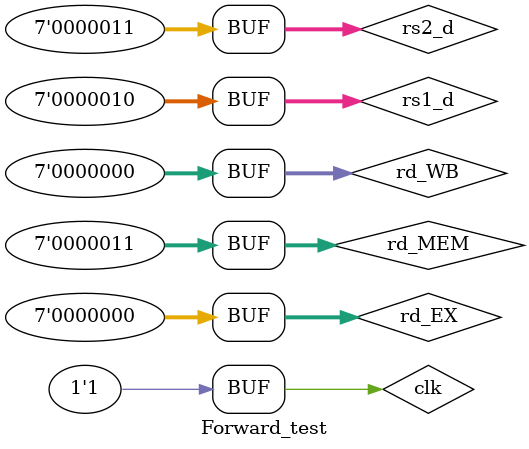
<source format=v>
`timescale 1ns / 1ps


module Forward_test;
    reg [6:0] rs1_d, rs2_d, rd_EX, rd_MEM, rd_WB;
    reg clk;
    wire [1:0] ID_EX, MEM_EX;
    
    Forwarding fwd(.rs1_d(rs1_d),.rs2_d(rs2_d),.rd_EX(rd_EX),.rd_MEM(rd_MEM),.rd_WB(rd_WB),.clk(clk),.ID_EX(ID_EX),.MEM_EX(MEM_EX));
    
always begin
   clk = 1;
   #5;
end
    
    // Test case 1: No forwarding
initial begin
     rs1_d = 7'b00000;
     rs2_d = 7'b00000;
     rd_EX = 7'b00000;
     rd_MEM = 7'b00000;
     rd_WB = 7'b00000;
     #10;
    //  Forwarding from Execution to Decode
     rs1_d = 7'b00010;
     rs2_d = 7'b00011;
     rd_EX = 7'b00011;
     rd_MEM = 7'b00000;
     rd_WB = 7'b00000;
     #10;
    //  Forwarding from Memory to Execution
     rs1_d = 7'b00010;
     rs2_d = 7'b00011;
     rd_EX = 7'b00000;
     rd_MEM = 7'b00011;
     rd_WB = 7'b00000;
     #10;
       
    end
endmodule


</source>
